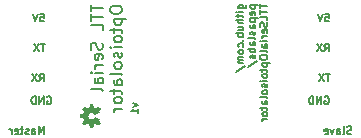
<source format=gbo>
G04 (created by PCBNEW (2013-07-07 BZR 4022)-stable) date 4/11/2015 2:22:11 PM*
%MOIN*%
G04 Gerber Fmt 3.4, Leading zero omitted, Abs format*
%FSLAX34Y34*%
G01*
G70*
G90*
G04 APERTURE LIST*
%ADD10C,0.00590551*%
%ADD11C,0.005*%
%ADD12C,0.008*%
%ADD13C,0.0001*%
G04 APERTURE END LIST*
G54D10*
G54D11*
X63452Y-29839D02*
X63416Y-29851D01*
X63357Y-29851D01*
X63333Y-29839D01*
X63321Y-29827D01*
X63309Y-29803D01*
X63309Y-29779D01*
X63321Y-29755D01*
X63333Y-29744D01*
X63357Y-29732D01*
X63404Y-29720D01*
X63428Y-29708D01*
X63440Y-29696D01*
X63452Y-29672D01*
X63452Y-29648D01*
X63440Y-29625D01*
X63428Y-29613D01*
X63404Y-29601D01*
X63345Y-29601D01*
X63309Y-29613D01*
X63166Y-29851D02*
X63190Y-29839D01*
X63202Y-29815D01*
X63202Y-29601D01*
X62964Y-29851D02*
X62964Y-29720D01*
X62976Y-29696D01*
X63000Y-29684D01*
X63047Y-29684D01*
X63071Y-29696D01*
X62964Y-29839D02*
X62988Y-29851D01*
X63047Y-29851D01*
X63071Y-29839D01*
X63083Y-29815D01*
X63083Y-29791D01*
X63071Y-29767D01*
X63047Y-29755D01*
X62988Y-29755D01*
X62964Y-29744D01*
X62869Y-29684D02*
X62809Y-29851D01*
X62750Y-29684D01*
X62559Y-29839D02*
X62583Y-29851D01*
X62630Y-29851D01*
X62654Y-29839D01*
X62666Y-29815D01*
X62666Y-29720D01*
X62654Y-29696D01*
X62630Y-29684D01*
X62583Y-29684D01*
X62559Y-29696D01*
X62547Y-29720D01*
X62547Y-29744D01*
X62666Y-29767D01*
X53190Y-29851D02*
X53190Y-29601D01*
X53107Y-29779D01*
X53023Y-29601D01*
X53023Y-29851D01*
X52797Y-29851D02*
X52797Y-29720D01*
X52809Y-29696D01*
X52833Y-29684D01*
X52880Y-29684D01*
X52904Y-29696D01*
X52797Y-29839D02*
X52821Y-29851D01*
X52880Y-29851D01*
X52904Y-29839D01*
X52916Y-29815D01*
X52916Y-29791D01*
X52904Y-29767D01*
X52880Y-29755D01*
X52821Y-29755D01*
X52797Y-29744D01*
X52690Y-29839D02*
X52666Y-29851D01*
X52619Y-29851D01*
X52595Y-29839D01*
X52583Y-29815D01*
X52583Y-29803D01*
X52595Y-29779D01*
X52619Y-29767D01*
X52654Y-29767D01*
X52678Y-29755D01*
X52690Y-29732D01*
X52690Y-29720D01*
X52678Y-29696D01*
X52654Y-29684D01*
X52619Y-29684D01*
X52595Y-29696D01*
X52511Y-29684D02*
X52416Y-29684D01*
X52476Y-29601D02*
X52476Y-29815D01*
X52464Y-29839D01*
X52440Y-29851D01*
X52416Y-29851D01*
X52238Y-29839D02*
X52261Y-29851D01*
X52309Y-29851D01*
X52333Y-29839D01*
X52345Y-29815D01*
X52345Y-29720D01*
X52333Y-29696D01*
X52309Y-29684D01*
X52261Y-29684D01*
X52238Y-29696D01*
X52226Y-29720D01*
X52226Y-29744D01*
X52345Y-29767D01*
X52119Y-29851D02*
X52119Y-29684D01*
X52119Y-29732D02*
X52107Y-29708D01*
X52095Y-29696D01*
X52071Y-29684D01*
X52047Y-29684D01*
X62559Y-28613D02*
X62583Y-28601D01*
X62619Y-28601D01*
X62654Y-28613D01*
X62678Y-28636D01*
X62690Y-28660D01*
X62702Y-28708D01*
X62702Y-28744D01*
X62690Y-28791D01*
X62678Y-28815D01*
X62654Y-28839D01*
X62619Y-28851D01*
X62595Y-28851D01*
X62559Y-28839D01*
X62547Y-28827D01*
X62547Y-28744D01*
X62595Y-28744D01*
X62440Y-28851D02*
X62440Y-28601D01*
X62297Y-28851D01*
X62297Y-28601D01*
X62178Y-28851D02*
X62178Y-28601D01*
X62119Y-28601D01*
X62083Y-28613D01*
X62059Y-28636D01*
X62047Y-28660D01*
X62035Y-28708D01*
X62035Y-28744D01*
X62047Y-28791D01*
X62059Y-28815D01*
X62083Y-28839D01*
X62119Y-28851D01*
X62178Y-28851D01*
X62547Y-27101D02*
X62630Y-26982D01*
X62690Y-27101D02*
X62690Y-26851D01*
X62595Y-26851D01*
X62571Y-26863D01*
X62559Y-26875D01*
X62547Y-26898D01*
X62547Y-26934D01*
X62559Y-26958D01*
X62571Y-26970D01*
X62595Y-26982D01*
X62690Y-26982D01*
X62464Y-26851D02*
X62297Y-27101D01*
X62297Y-26851D02*
X62464Y-27101D01*
X62726Y-27851D02*
X62583Y-27851D01*
X62654Y-28101D02*
X62654Y-27851D01*
X62523Y-27851D02*
X62357Y-28101D01*
X62357Y-27851D02*
X62523Y-28101D01*
X62571Y-25851D02*
X62690Y-25851D01*
X62702Y-25970D01*
X62690Y-25958D01*
X62666Y-25946D01*
X62607Y-25946D01*
X62583Y-25958D01*
X62571Y-25970D01*
X62559Y-25994D01*
X62559Y-26053D01*
X62571Y-26077D01*
X62583Y-26089D01*
X62607Y-26101D01*
X62666Y-26101D01*
X62690Y-26089D01*
X62702Y-26077D01*
X62488Y-25851D02*
X62404Y-26101D01*
X62321Y-25851D01*
X53309Y-28613D02*
X53333Y-28601D01*
X53369Y-28601D01*
X53404Y-28613D01*
X53428Y-28636D01*
X53440Y-28660D01*
X53452Y-28708D01*
X53452Y-28744D01*
X53440Y-28791D01*
X53428Y-28815D01*
X53404Y-28839D01*
X53369Y-28851D01*
X53345Y-28851D01*
X53309Y-28839D01*
X53297Y-28827D01*
X53297Y-28744D01*
X53345Y-28744D01*
X53190Y-28851D02*
X53190Y-28601D01*
X53047Y-28851D01*
X53047Y-28601D01*
X52928Y-28851D02*
X52928Y-28601D01*
X52869Y-28601D01*
X52833Y-28613D01*
X52809Y-28636D01*
X52797Y-28660D01*
X52785Y-28708D01*
X52785Y-28744D01*
X52797Y-28791D01*
X52809Y-28815D01*
X52833Y-28839D01*
X52869Y-28851D01*
X52928Y-28851D01*
X53047Y-28101D02*
X53130Y-27982D01*
X53190Y-28101D02*
X53190Y-27851D01*
X53095Y-27851D01*
X53071Y-27863D01*
X53059Y-27875D01*
X53047Y-27898D01*
X53047Y-27934D01*
X53059Y-27958D01*
X53071Y-27970D01*
X53095Y-27982D01*
X53190Y-27982D01*
X52964Y-27851D02*
X52797Y-28101D01*
X52797Y-27851D02*
X52964Y-28101D01*
X53226Y-26851D02*
X53083Y-26851D01*
X53154Y-27101D02*
X53154Y-26851D01*
X53023Y-26851D02*
X52857Y-27101D01*
X52857Y-26851D02*
X53023Y-27101D01*
X53071Y-25851D02*
X53190Y-25851D01*
X53202Y-25970D01*
X53190Y-25958D01*
X53166Y-25946D01*
X53107Y-25946D01*
X53083Y-25958D01*
X53071Y-25970D01*
X53059Y-25994D01*
X53059Y-26053D01*
X53071Y-26077D01*
X53083Y-26089D01*
X53107Y-26101D01*
X53166Y-26101D01*
X53190Y-26089D01*
X53202Y-26077D01*
X52988Y-25851D02*
X52904Y-26101D01*
X52821Y-25851D01*
X56184Y-28821D02*
X56351Y-28880D01*
X56184Y-28940D01*
X56351Y-29166D02*
X56351Y-29023D01*
X56351Y-29095D02*
X56101Y-29095D01*
X56136Y-29071D01*
X56160Y-29047D01*
X56172Y-29023D01*
G54D12*
X54761Y-25538D02*
X54761Y-25766D01*
X55161Y-25652D02*
X54761Y-25652D01*
X54761Y-25842D02*
X54761Y-26071D01*
X55161Y-25957D02*
X54761Y-25957D01*
X55161Y-26395D02*
X55161Y-26204D01*
X54761Y-26204D01*
X55142Y-26814D02*
X55161Y-26871D01*
X55161Y-26966D01*
X55142Y-27004D01*
X55123Y-27023D01*
X55085Y-27042D01*
X55047Y-27042D01*
X55009Y-27023D01*
X54990Y-27004D01*
X54971Y-26966D01*
X54952Y-26890D01*
X54933Y-26852D01*
X54914Y-26833D01*
X54876Y-26814D01*
X54838Y-26814D01*
X54800Y-26833D01*
X54780Y-26852D01*
X54761Y-26890D01*
X54761Y-26985D01*
X54780Y-27042D01*
X55142Y-27366D02*
X55161Y-27328D01*
X55161Y-27252D01*
X55142Y-27214D01*
X55104Y-27195D01*
X54952Y-27195D01*
X54914Y-27214D01*
X54895Y-27252D01*
X54895Y-27328D01*
X54914Y-27366D01*
X54952Y-27385D01*
X54990Y-27385D01*
X55028Y-27195D01*
X55161Y-27557D02*
X54895Y-27557D01*
X54971Y-27557D02*
X54933Y-27576D01*
X54914Y-27595D01*
X54895Y-27633D01*
X54895Y-27671D01*
X55161Y-27804D02*
X54895Y-27804D01*
X54761Y-27804D02*
X54780Y-27785D01*
X54800Y-27804D01*
X54780Y-27823D01*
X54761Y-27804D01*
X54800Y-27804D01*
X55161Y-28166D02*
X54952Y-28166D01*
X54914Y-28147D01*
X54895Y-28109D01*
X54895Y-28033D01*
X54914Y-27995D01*
X55142Y-28166D02*
X55161Y-28128D01*
X55161Y-28033D01*
X55142Y-27995D01*
X55104Y-27976D01*
X55066Y-27976D01*
X55028Y-27995D01*
X55009Y-28033D01*
X55009Y-28128D01*
X54990Y-28166D01*
X55161Y-28414D02*
X55142Y-28376D01*
X55104Y-28357D01*
X54761Y-28357D01*
X55401Y-25671D02*
X55401Y-25747D01*
X55420Y-25785D01*
X55459Y-25823D01*
X55535Y-25842D01*
X55668Y-25842D01*
X55744Y-25823D01*
X55782Y-25785D01*
X55801Y-25747D01*
X55801Y-25671D01*
X55782Y-25633D01*
X55744Y-25595D01*
X55668Y-25576D01*
X55535Y-25576D01*
X55459Y-25595D01*
X55420Y-25633D01*
X55401Y-25671D01*
X55535Y-26014D02*
X55935Y-26014D01*
X55554Y-26014D02*
X55535Y-26052D01*
X55535Y-26128D01*
X55554Y-26166D01*
X55573Y-26185D01*
X55611Y-26204D01*
X55725Y-26204D01*
X55763Y-26185D01*
X55782Y-26166D01*
X55801Y-26128D01*
X55801Y-26052D01*
X55782Y-26014D01*
X55535Y-26319D02*
X55535Y-26471D01*
X55401Y-26376D02*
X55744Y-26376D01*
X55782Y-26395D01*
X55801Y-26433D01*
X55801Y-26471D01*
X55801Y-26661D02*
X55782Y-26623D01*
X55763Y-26604D01*
X55725Y-26585D01*
X55611Y-26585D01*
X55573Y-26604D01*
X55554Y-26623D01*
X55535Y-26661D01*
X55535Y-26719D01*
X55554Y-26757D01*
X55573Y-26776D01*
X55611Y-26795D01*
X55725Y-26795D01*
X55763Y-26776D01*
X55782Y-26757D01*
X55801Y-26719D01*
X55801Y-26661D01*
X55801Y-26966D02*
X55535Y-26966D01*
X55401Y-26966D02*
X55420Y-26947D01*
X55440Y-26966D01*
X55420Y-26985D01*
X55401Y-26966D01*
X55440Y-26966D01*
X55782Y-27138D02*
X55801Y-27176D01*
X55801Y-27252D01*
X55782Y-27290D01*
X55744Y-27309D01*
X55725Y-27309D01*
X55687Y-27290D01*
X55668Y-27252D01*
X55668Y-27195D01*
X55649Y-27157D01*
X55611Y-27138D01*
X55592Y-27138D01*
X55554Y-27157D01*
X55535Y-27195D01*
X55535Y-27252D01*
X55554Y-27290D01*
X55801Y-27538D02*
X55782Y-27500D01*
X55763Y-27480D01*
X55725Y-27461D01*
X55611Y-27461D01*
X55573Y-27480D01*
X55554Y-27500D01*
X55535Y-27538D01*
X55535Y-27595D01*
X55554Y-27633D01*
X55573Y-27652D01*
X55611Y-27671D01*
X55725Y-27671D01*
X55763Y-27652D01*
X55782Y-27633D01*
X55801Y-27595D01*
X55801Y-27538D01*
X55801Y-27900D02*
X55782Y-27861D01*
X55744Y-27842D01*
X55401Y-27842D01*
X55801Y-28223D02*
X55592Y-28223D01*
X55554Y-28204D01*
X55535Y-28166D01*
X55535Y-28090D01*
X55554Y-28052D01*
X55782Y-28223D02*
X55801Y-28185D01*
X55801Y-28090D01*
X55782Y-28052D01*
X55744Y-28033D01*
X55706Y-28033D01*
X55668Y-28052D01*
X55649Y-28090D01*
X55649Y-28185D01*
X55630Y-28223D01*
X55535Y-28357D02*
X55535Y-28509D01*
X55401Y-28414D02*
X55744Y-28414D01*
X55782Y-28433D01*
X55801Y-28471D01*
X55801Y-28509D01*
X55801Y-28699D02*
X55782Y-28661D01*
X55763Y-28642D01*
X55725Y-28623D01*
X55611Y-28623D01*
X55573Y-28642D01*
X55554Y-28661D01*
X55535Y-28699D01*
X55535Y-28757D01*
X55554Y-28795D01*
X55573Y-28814D01*
X55611Y-28833D01*
X55725Y-28833D01*
X55763Y-28814D01*
X55782Y-28795D01*
X55801Y-28757D01*
X55801Y-28699D01*
X55801Y-29004D02*
X55535Y-29004D01*
X55611Y-29004D02*
X55573Y-29023D01*
X55554Y-29042D01*
X55535Y-29080D01*
X55535Y-29119D01*
G54D11*
X59684Y-25666D02*
X59886Y-25666D01*
X59910Y-25654D01*
X59922Y-25642D01*
X59934Y-25619D01*
X59934Y-25583D01*
X59922Y-25559D01*
X59839Y-25666D02*
X59851Y-25642D01*
X59851Y-25595D01*
X59839Y-25571D01*
X59827Y-25559D01*
X59803Y-25547D01*
X59732Y-25547D01*
X59708Y-25559D01*
X59696Y-25571D01*
X59684Y-25595D01*
X59684Y-25642D01*
X59696Y-25666D01*
X59851Y-25785D02*
X59684Y-25785D01*
X59601Y-25785D02*
X59613Y-25773D01*
X59625Y-25785D01*
X59613Y-25797D01*
X59601Y-25785D01*
X59625Y-25785D01*
X59684Y-25869D02*
X59684Y-25964D01*
X59601Y-25904D02*
X59815Y-25904D01*
X59839Y-25916D01*
X59851Y-25940D01*
X59851Y-25964D01*
X59851Y-26047D02*
X59601Y-26047D01*
X59851Y-26154D02*
X59720Y-26154D01*
X59696Y-26142D01*
X59684Y-26119D01*
X59684Y-26083D01*
X59696Y-26059D01*
X59708Y-26047D01*
X59684Y-26380D02*
X59851Y-26380D01*
X59684Y-26273D02*
X59815Y-26273D01*
X59839Y-26285D01*
X59851Y-26309D01*
X59851Y-26345D01*
X59839Y-26369D01*
X59827Y-26380D01*
X59851Y-26500D02*
X59601Y-26500D01*
X59696Y-26500D02*
X59684Y-26523D01*
X59684Y-26571D01*
X59696Y-26595D01*
X59708Y-26607D01*
X59732Y-26619D01*
X59803Y-26619D01*
X59827Y-26607D01*
X59839Y-26595D01*
X59851Y-26571D01*
X59851Y-26523D01*
X59839Y-26500D01*
X59827Y-26726D02*
X59839Y-26738D01*
X59851Y-26726D01*
X59839Y-26714D01*
X59827Y-26726D01*
X59851Y-26726D01*
X59839Y-26952D02*
X59851Y-26928D01*
X59851Y-26880D01*
X59839Y-26857D01*
X59827Y-26845D01*
X59803Y-26833D01*
X59732Y-26833D01*
X59708Y-26845D01*
X59696Y-26857D01*
X59684Y-26880D01*
X59684Y-26928D01*
X59696Y-26952D01*
X59851Y-27095D02*
X59839Y-27071D01*
X59827Y-27059D01*
X59803Y-27047D01*
X59732Y-27047D01*
X59708Y-27059D01*
X59696Y-27071D01*
X59684Y-27095D01*
X59684Y-27130D01*
X59696Y-27154D01*
X59708Y-27166D01*
X59732Y-27178D01*
X59803Y-27178D01*
X59827Y-27166D01*
X59839Y-27154D01*
X59851Y-27130D01*
X59851Y-27095D01*
X59851Y-27285D02*
X59684Y-27285D01*
X59708Y-27285D02*
X59696Y-27297D01*
X59684Y-27321D01*
X59684Y-27357D01*
X59696Y-27380D01*
X59720Y-27392D01*
X59851Y-27392D01*
X59720Y-27392D02*
X59696Y-27404D01*
X59684Y-27428D01*
X59684Y-27464D01*
X59696Y-27488D01*
X59720Y-27500D01*
X59851Y-27500D01*
X59589Y-27797D02*
X59910Y-27583D01*
X60084Y-25559D02*
X60334Y-25559D01*
X60096Y-25559D02*
X60084Y-25583D01*
X60084Y-25630D01*
X60096Y-25654D01*
X60108Y-25666D01*
X60132Y-25678D01*
X60203Y-25678D01*
X60227Y-25666D01*
X60239Y-25654D01*
X60251Y-25630D01*
X60251Y-25583D01*
X60239Y-25559D01*
X60239Y-25880D02*
X60251Y-25857D01*
X60251Y-25809D01*
X60239Y-25785D01*
X60215Y-25773D01*
X60120Y-25773D01*
X60096Y-25785D01*
X60084Y-25809D01*
X60084Y-25857D01*
X60096Y-25880D01*
X60120Y-25892D01*
X60144Y-25892D01*
X60167Y-25773D01*
X60084Y-26000D02*
X60334Y-26000D01*
X60096Y-26000D02*
X60084Y-26023D01*
X60084Y-26071D01*
X60096Y-26095D01*
X60108Y-26107D01*
X60132Y-26119D01*
X60203Y-26119D01*
X60227Y-26107D01*
X60239Y-26095D01*
X60251Y-26071D01*
X60251Y-26023D01*
X60239Y-26000D01*
X60251Y-26333D02*
X60120Y-26333D01*
X60096Y-26321D01*
X60084Y-26297D01*
X60084Y-26250D01*
X60096Y-26226D01*
X60239Y-26333D02*
X60251Y-26309D01*
X60251Y-26250D01*
X60239Y-26226D01*
X60215Y-26214D01*
X60191Y-26214D01*
X60167Y-26226D01*
X60155Y-26250D01*
X60155Y-26309D01*
X60144Y-26333D01*
X60239Y-26440D02*
X60251Y-26464D01*
X60251Y-26511D01*
X60239Y-26535D01*
X60215Y-26547D01*
X60203Y-26547D01*
X60179Y-26535D01*
X60167Y-26511D01*
X60167Y-26476D01*
X60155Y-26452D01*
X60132Y-26440D01*
X60120Y-26440D01*
X60096Y-26452D01*
X60084Y-26476D01*
X60084Y-26511D01*
X60096Y-26535D01*
X60251Y-26690D02*
X60239Y-26666D01*
X60215Y-26654D01*
X60001Y-26654D01*
X60251Y-26892D02*
X60120Y-26892D01*
X60096Y-26880D01*
X60084Y-26857D01*
X60084Y-26809D01*
X60096Y-26785D01*
X60239Y-26892D02*
X60251Y-26869D01*
X60251Y-26809D01*
X60239Y-26785D01*
X60215Y-26773D01*
X60191Y-26773D01*
X60167Y-26785D01*
X60155Y-26809D01*
X60155Y-26869D01*
X60144Y-26892D01*
X60251Y-27011D02*
X60001Y-27011D01*
X60096Y-27011D02*
X60084Y-27035D01*
X60084Y-27083D01*
X60096Y-27107D01*
X60108Y-27119D01*
X60132Y-27130D01*
X60203Y-27130D01*
X60227Y-27119D01*
X60239Y-27107D01*
X60251Y-27083D01*
X60251Y-27035D01*
X60239Y-27011D01*
X60239Y-27226D02*
X60251Y-27250D01*
X60251Y-27297D01*
X60239Y-27321D01*
X60215Y-27333D01*
X60203Y-27333D01*
X60179Y-27321D01*
X60167Y-27297D01*
X60167Y-27261D01*
X60155Y-27238D01*
X60132Y-27226D01*
X60120Y-27226D01*
X60096Y-27238D01*
X60084Y-27261D01*
X60084Y-27297D01*
X60096Y-27321D01*
X59989Y-27619D02*
X60310Y-27404D01*
X60401Y-25523D02*
X60401Y-25666D01*
X60651Y-25595D02*
X60401Y-25595D01*
X60401Y-25714D02*
X60401Y-25857D01*
X60651Y-25785D02*
X60401Y-25785D01*
X60651Y-26059D02*
X60651Y-25940D01*
X60401Y-25940D01*
X60639Y-26130D02*
X60651Y-26166D01*
X60651Y-26226D01*
X60639Y-26250D01*
X60627Y-26261D01*
X60603Y-26273D01*
X60579Y-26273D01*
X60555Y-26261D01*
X60544Y-26250D01*
X60532Y-26226D01*
X60520Y-26178D01*
X60508Y-26154D01*
X60496Y-26142D01*
X60472Y-26130D01*
X60448Y-26130D01*
X60425Y-26142D01*
X60413Y-26154D01*
X60401Y-26178D01*
X60401Y-26238D01*
X60413Y-26273D01*
X60639Y-26476D02*
X60651Y-26452D01*
X60651Y-26404D01*
X60639Y-26380D01*
X60615Y-26369D01*
X60520Y-26369D01*
X60496Y-26380D01*
X60484Y-26404D01*
X60484Y-26452D01*
X60496Y-26476D01*
X60520Y-26488D01*
X60544Y-26488D01*
X60567Y-26369D01*
X60651Y-26595D02*
X60484Y-26595D01*
X60532Y-26595D02*
X60508Y-26607D01*
X60496Y-26619D01*
X60484Y-26642D01*
X60484Y-26666D01*
X60651Y-26750D02*
X60484Y-26750D01*
X60401Y-26750D02*
X60413Y-26738D01*
X60425Y-26750D01*
X60413Y-26761D01*
X60401Y-26750D01*
X60425Y-26750D01*
X60651Y-26976D02*
X60520Y-26976D01*
X60496Y-26964D01*
X60484Y-26940D01*
X60484Y-26892D01*
X60496Y-26869D01*
X60639Y-26976D02*
X60651Y-26952D01*
X60651Y-26892D01*
X60639Y-26869D01*
X60615Y-26857D01*
X60591Y-26857D01*
X60567Y-26869D01*
X60555Y-26892D01*
X60555Y-26952D01*
X60544Y-26976D01*
X60651Y-27130D02*
X60639Y-27107D01*
X60615Y-27095D01*
X60401Y-27095D01*
X60401Y-27273D02*
X60401Y-27321D01*
X60413Y-27345D01*
X60436Y-27369D01*
X60484Y-27380D01*
X60567Y-27380D01*
X60615Y-27369D01*
X60639Y-27345D01*
X60651Y-27321D01*
X60651Y-27273D01*
X60639Y-27250D01*
X60615Y-27226D01*
X60567Y-27214D01*
X60484Y-27214D01*
X60436Y-27226D01*
X60413Y-27250D01*
X60401Y-27273D01*
X60484Y-27488D02*
X60734Y-27488D01*
X60496Y-27488D02*
X60484Y-27511D01*
X60484Y-27559D01*
X60496Y-27583D01*
X60508Y-27595D01*
X60532Y-27607D01*
X60603Y-27607D01*
X60627Y-27595D01*
X60639Y-27583D01*
X60651Y-27559D01*
X60651Y-27511D01*
X60639Y-27488D01*
X60484Y-27678D02*
X60484Y-27773D01*
X60401Y-27714D02*
X60615Y-27714D01*
X60639Y-27726D01*
X60651Y-27750D01*
X60651Y-27773D01*
X60651Y-27892D02*
X60639Y-27869D01*
X60627Y-27857D01*
X60603Y-27845D01*
X60532Y-27845D01*
X60508Y-27857D01*
X60496Y-27869D01*
X60484Y-27892D01*
X60484Y-27928D01*
X60496Y-27952D01*
X60508Y-27964D01*
X60532Y-27976D01*
X60603Y-27976D01*
X60627Y-27964D01*
X60639Y-27952D01*
X60651Y-27928D01*
X60651Y-27892D01*
X60651Y-28083D02*
X60484Y-28083D01*
X60401Y-28083D02*
X60413Y-28071D01*
X60425Y-28083D01*
X60413Y-28095D01*
X60401Y-28083D01*
X60425Y-28083D01*
X60639Y-28190D02*
X60651Y-28214D01*
X60651Y-28261D01*
X60639Y-28285D01*
X60615Y-28297D01*
X60603Y-28297D01*
X60579Y-28285D01*
X60567Y-28261D01*
X60567Y-28226D01*
X60555Y-28202D01*
X60532Y-28190D01*
X60520Y-28190D01*
X60496Y-28202D01*
X60484Y-28226D01*
X60484Y-28261D01*
X60496Y-28285D01*
X60651Y-28440D02*
X60639Y-28416D01*
X60627Y-28404D01*
X60603Y-28392D01*
X60532Y-28392D01*
X60508Y-28404D01*
X60496Y-28416D01*
X60484Y-28440D01*
X60484Y-28476D01*
X60496Y-28500D01*
X60508Y-28511D01*
X60532Y-28523D01*
X60603Y-28523D01*
X60627Y-28511D01*
X60639Y-28500D01*
X60651Y-28476D01*
X60651Y-28440D01*
X60651Y-28666D02*
X60639Y-28642D01*
X60615Y-28630D01*
X60401Y-28630D01*
X60651Y-28869D02*
X60520Y-28869D01*
X60496Y-28857D01*
X60484Y-28833D01*
X60484Y-28785D01*
X60496Y-28761D01*
X60639Y-28869D02*
X60651Y-28845D01*
X60651Y-28785D01*
X60639Y-28761D01*
X60615Y-28750D01*
X60591Y-28750D01*
X60567Y-28761D01*
X60555Y-28785D01*
X60555Y-28845D01*
X60544Y-28869D01*
X60484Y-28952D02*
X60484Y-29047D01*
X60401Y-28988D02*
X60615Y-28988D01*
X60639Y-29000D01*
X60651Y-29023D01*
X60651Y-29047D01*
X60651Y-29166D02*
X60639Y-29142D01*
X60627Y-29130D01*
X60603Y-29119D01*
X60532Y-29119D01*
X60508Y-29130D01*
X60496Y-29142D01*
X60484Y-29166D01*
X60484Y-29202D01*
X60496Y-29226D01*
X60508Y-29238D01*
X60532Y-29250D01*
X60603Y-29250D01*
X60627Y-29238D01*
X60639Y-29226D01*
X60651Y-29202D01*
X60651Y-29166D01*
X60651Y-29357D02*
X60484Y-29357D01*
X60532Y-29357D02*
X60508Y-29369D01*
X60496Y-29380D01*
X60484Y-29404D01*
X60484Y-29428D01*
G54D13*
G36*
X55103Y-29012D02*
X55101Y-29016D01*
X55095Y-29025D01*
X55087Y-29038D01*
X55076Y-29054D01*
X55066Y-29069D01*
X55057Y-29082D01*
X55051Y-29091D01*
X55049Y-29095D01*
X55050Y-29097D01*
X55054Y-29104D01*
X55059Y-29115D01*
X55062Y-29121D01*
X55067Y-29131D01*
X55068Y-29136D01*
X55066Y-29137D01*
X55059Y-29141D01*
X55046Y-29146D01*
X55029Y-29154D01*
X55009Y-29162D01*
X54987Y-29171D01*
X54965Y-29180D01*
X54944Y-29189D01*
X54925Y-29197D01*
X54910Y-29203D01*
X54899Y-29207D01*
X54895Y-29209D01*
X54894Y-29208D01*
X54889Y-29203D01*
X54883Y-29195D01*
X54867Y-29176D01*
X54844Y-29158D01*
X54818Y-29146D01*
X54789Y-29143D01*
X54763Y-29146D01*
X54738Y-29156D01*
X54714Y-29174D01*
X54697Y-29196D01*
X54686Y-29222D01*
X54683Y-29250D01*
X54686Y-29277D01*
X54696Y-29303D01*
X54714Y-29327D01*
X54725Y-29336D01*
X54749Y-29350D01*
X54773Y-29358D01*
X54779Y-29358D01*
X54807Y-29357D01*
X54834Y-29349D01*
X54857Y-29335D01*
X54877Y-29314D01*
X54879Y-29312D01*
X54886Y-29302D01*
X54890Y-29296D01*
X54894Y-29291D01*
X54979Y-29326D01*
X54993Y-29332D01*
X55016Y-29342D01*
X55036Y-29350D01*
X55052Y-29357D01*
X55062Y-29362D01*
X55067Y-29364D01*
X55067Y-29364D01*
X55067Y-29367D01*
X55065Y-29373D01*
X55059Y-29385D01*
X55055Y-29393D01*
X55051Y-29402D01*
X55049Y-29406D01*
X55051Y-29410D01*
X55057Y-29418D01*
X55065Y-29431D01*
X55075Y-29446D01*
X55085Y-29460D01*
X55094Y-29474D01*
X55100Y-29483D01*
X55103Y-29488D01*
X55103Y-29489D01*
X55100Y-29493D01*
X55094Y-29501D01*
X55083Y-29512D01*
X55067Y-29528D01*
X55065Y-29531D01*
X55051Y-29544D01*
X55039Y-29555D01*
X55031Y-29563D01*
X55028Y-29565D01*
X55028Y-29565D01*
X55023Y-29563D01*
X55013Y-29557D01*
X55000Y-29548D01*
X54984Y-29537D01*
X54943Y-29509D01*
X54905Y-29525D01*
X54893Y-29529D01*
X54879Y-29535D01*
X54869Y-29540D01*
X54864Y-29542D01*
X54863Y-29546D01*
X54860Y-29557D01*
X54857Y-29572D01*
X54854Y-29590D01*
X54850Y-29608D01*
X54847Y-29623D01*
X54845Y-29635D01*
X54844Y-29640D01*
X54843Y-29641D01*
X54841Y-29642D01*
X54836Y-29643D01*
X54826Y-29643D01*
X54811Y-29643D01*
X54789Y-29643D01*
X54787Y-29643D01*
X54766Y-29643D01*
X54750Y-29643D01*
X54740Y-29642D01*
X54736Y-29641D01*
X54736Y-29641D01*
X54734Y-29636D01*
X54732Y-29625D01*
X54729Y-29610D01*
X54725Y-29591D01*
X54725Y-29590D01*
X54722Y-29571D01*
X54718Y-29556D01*
X54716Y-29545D01*
X54714Y-29540D01*
X54713Y-29539D01*
X54706Y-29535D01*
X54694Y-29530D01*
X54680Y-29524D01*
X54666Y-29518D01*
X54652Y-29512D01*
X54643Y-29509D01*
X54638Y-29508D01*
X54638Y-29508D01*
X54634Y-29511D01*
X54624Y-29517D01*
X54611Y-29526D01*
X54595Y-29537D01*
X54593Y-29538D01*
X54578Y-29549D01*
X54564Y-29557D01*
X54555Y-29563D01*
X54551Y-29565D01*
X54550Y-29565D01*
X54546Y-29562D01*
X54537Y-29554D01*
X54525Y-29542D01*
X54511Y-29528D01*
X54507Y-29524D01*
X54492Y-29509D01*
X54482Y-29498D01*
X54477Y-29491D01*
X54475Y-29488D01*
X54476Y-29488D01*
X54478Y-29483D01*
X54485Y-29473D01*
X54494Y-29460D01*
X54505Y-29444D01*
X54506Y-29443D01*
X54516Y-29427D01*
X54525Y-29414D01*
X54531Y-29405D01*
X54534Y-29401D01*
X54534Y-29400D01*
X54532Y-29394D01*
X54528Y-29382D01*
X54523Y-29369D01*
X54517Y-29354D01*
X54511Y-29341D01*
X54507Y-29331D01*
X54504Y-29326D01*
X54504Y-29326D01*
X54498Y-29324D01*
X54486Y-29322D01*
X54470Y-29318D01*
X54451Y-29315D01*
X54448Y-29314D01*
X54429Y-29311D01*
X54414Y-29308D01*
X54403Y-29305D01*
X54398Y-29304D01*
X54398Y-29302D01*
X54397Y-29292D01*
X54397Y-29278D01*
X54397Y-29261D01*
X54397Y-29244D01*
X54397Y-29227D01*
X54398Y-29212D01*
X54398Y-29202D01*
X54399Y-29197D01*
X54400Y-29197D01*
X54405Y-29195D01*
X54417Y-29193D01*
X54433Y-29189D01*
X54453Y-29186D01*
X54456Y-29185D01*
X54475Y-29182D01*
X54490Y-29178D01*
X54501Y-29176D01*
X54505Y-29175D01*
X54506Y-29173D01*
X54509Y-29166D01*
X54514Y-29153D01*
X54521Y-29137D01*
X54535Y-29101D01*
X54505Y-29057D01*
X54502Y-29053D01*
X54491Y-29037D01*
X54483Y-29024D01*
X54477Y-29015D01*
X54475Y-29011D01*
X54475Y-29011D01*
X54479Y-29007D01*
X54487Y-28998D01*
X54499Y-28986D01*
X54512Y-28972D01*
X54523Y-28962D01*
X54535Y-28950D01*
X54543Y-28942D01*
X54549Y-28938D01*
X54552Y-28936D01*
X54554Y-28937D01*
X54559Y-28939D01*
X54568Y-28946D01*
X54582Y-28955D01*
X54597Y-28966D01*
X54611Y-28975D01*
X54625Y-28984D01*
X54636Y-28990D01*
X54641Y-28993D01*
X54643Y-28992D01*
X54652Y-28989D01*
X54665Y-28984D01*
X54681Y-28977D01*
X54716Y-28962D01*
X54720Y-28939D01*
X54723Y-28925D01*
X54726Y-28905D01*
X54730Y-28887D01*
X54736Y-28858D01*
X54841Y-28857D01*
X54843Y-28861D01*
X54845Y-28866D01*
X54847Y-28876D01*
X54850Y-28892D01*
X54853Y-28910D01*
X54856Y-28925D01*
X54859Y-28941D01*
X54861Y-28952D01*
X54862Y-28957D01*
X54864Y-28958D01*
X54872Y-28962D01*
X54884Y-28968D01*
X54898Y-28974D01*
X54913Y-28980D01*
X54927Y-28985D01*
X54937Y-28989D01*
X54943Y-28991D01*
X54947Y-28989D01*
X54956Y-28983D01*
X54969Y-28974D01*
X54984Y-28964D01*
X55000Y-28953D01*
X55013Y-28944D01*
X55023Y-28938D01*
X55027Y-28935D01*
X55030Y-28937D01*
X55037Y-28943D01*
X55049Y-28954D01*
X55067Y-28972D01*
X55069Y-28975D01*
X55083Y-28988D01*
X55093Y-29000D01*
X55101Y-29008D01*
X55103Y-29012D01*
X55103Y-29012D01*
G37*
M02*

</source>
